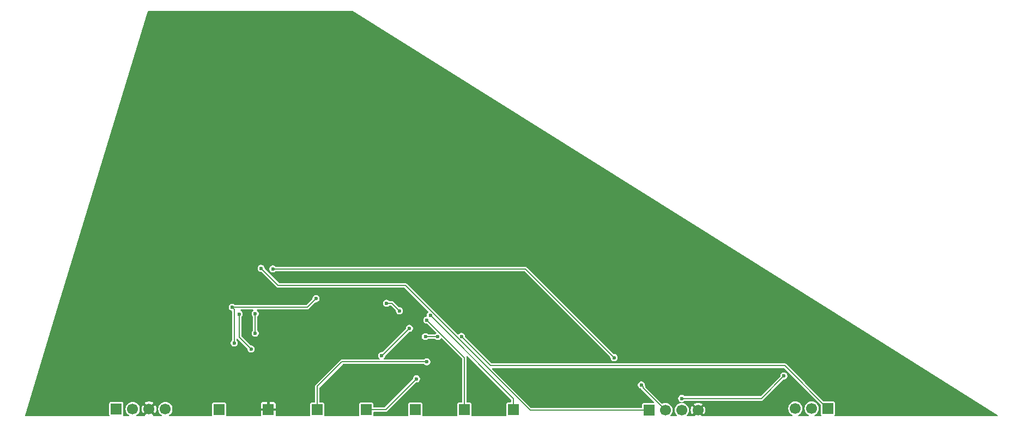
<source format=gbr>
%TF.GenerationSoftware,KiCad,Pcbnew,9.0.2*%
%TF.CreationDate,2025-09-07T15:39:00-04:00*%
%TF.ProjectId,SGTC_Center,53475443-5f43-4656-9e74-65722e6b6963,rev?*%
%TF.SameCoordinates,Original*%
%TF.FileFunction,Copper,L2,Bot*%
%TF.FilePolarity,Positive*%
%FSLAX46Y46*%
G04 Gerber Fmt 4.6, Leading zero omitted, Abs format (unit mm)*
G04 Created by KiCad (PCBNEW 9.0.2) date 2025-09-07 15:39:00*
%MOMM*%
%LPD*%
G01*
G04 APERTURE LIST*
%TA.AperFunction,ComponentPad*%
%ADD10C,1.700000*%
%TD*%
%TA.AperFunction,ComponentPad*%
%ADD11R,1.700000X1.700000*%
%TD*%
%TA.AperFunction,ViaPad*%
%ADD12C,0.600000*%
%TD*%
%TA.AperFunction,Conductor*%
%ADD13C,0.200000*%
%TD*%
G04 APERTURE END LIST*
D10*
%TO.P,J11,4,Pin_4*%
%TO.N,GND*%
X161310000Y-138650000D03*
%TO.P,J11,3,Pin_3*%
%TO.N,+3.3V*%
X158770000Y-138650000D03*
%TO.P,J11,2,Pin_2*%
%TO.N,GAUGE2_IN_P*%
X156230000Y-138650000D03*
D11*
%TO.P,J11,1,Pin_1*%
%TO.N,GAUGE2_IN_N*%
X153690000Y-138650000D03*
%TD*%
%TO.P,J10,1,Pin_1*%
%TO.N,GAUGE1_IN_P*%
X70940000Y-138475000D03*
D10*
%TO.P,J10,2,Pin_2*%
%TO.N,GAUGE1_IN_N*%
X73480000Y-138475000D03*
%TO.P,J10,3,Pin_3*%
%TO.N,GND*%
X76020000Y-138475000D03*
%TO.P,J10,4,Pin_4*%
%TO.N,+3.3V*%
X78560000Y-138475000D03*
%TD*%
D11*
%TO.P,J4,1,Pin_1*%
%TO.N,DIN*%
X125020000Y-138550000D03*
%TD*%
%TO.P,J8,1,Pin_1*%
%TO.N,GND*%
X94540000Y-138550000D03*
%TD*%
%TO.P,J9,1,Pin_1*%
%TO.N,+3.3V*%
X86920000Y-138550000D03*
%TD*%
%TO.P,J3,1,Pin_1*%
%TO.N,~{CS}*%
X181490000Y-138400000D03*
D10*
%TO.P,J3,2,Pin_2*%
%TO.N,Net-(J3-Pin_2)*%
X178950000Y-138400000D03*
%TO.P,J3,3,Pin_3*%
%TO.N,Net-(J3-Pin_3)*%
X176410000Y-138400000D03*
%TD*%
D11*
%TO.P,J7,1,Pin_1*%
%TO.N,~{SYNC}{slash}~{RST}*%
X102160000Y-138550000D03*
%TD*%
%TO.P,J5,1,Pin_1*%
%TO.N,DOUT*%
X117400000Y-138550000D03*
%TD*%
%TO.P,J6,1,Pin_1*%
%TO.N,SPICLK*%
X109780000Y-138550000D03*
%TD*%
%TO.P,J2,1,Pin_1*%
%TO.N,ADCCLK*%
X132640000Y-138550000D03*
%TD*%
D12*
%TO.N,GAUGE2_IN_N*%
X93425000Y-116600000D03*
%TO.N,GAUGE2_IN_P*%
X152500000Y-134725000D03*
X148250000Y-130475000D03*
X95250000Y-116700000D03*
%TO.N,+3.3V*%
X158775000Y-136825000D03*
X174651409Y-133323591D03*
X89250000Y-128225000D03*
%TO.N,GND*%
X138010000Y-135900000D03*
X128423600Y-137076800D03*
X138560000Y-129900000D03*
X80610000Y-124300000D03*
X180910000Y-136100000D03*
X135310000Y-126400000D03*
X128322000Y-123157600D03*
X157975000Y-135150000D03*
X114610000Y-120900000D03*
X138310000Y-133150000D03*
X112810000Y-122774999D03*
X117810000Y-129800000D03*
X137810000Y-121400000D03*
%TO.N,+3.3V*%
X101960000Y-121300000D03*
X114910000Y-123200000D03*
X88960000Y-122650000D03*
X112920000Y-122030000D03*
%TO.N,GAUGE2_IN_N*%
X91860000Y-129150000D03*
X90010000Y-123700000D03*
%TO.N,GAUGE2_IN_P*%
X92510000Y-123650000D03*
X92510000Y-126700000D03*
%TO.N,DIN*%
X119180000Y-124640000D03*
%TO.N,SPICLK*%
X116465909Y-125931909D03*
X112167600Y-130168000D03*
X117552400Y-133774800D03*
%TO.N,~{SYNC}{slash}~{RST}*%
X119178000Y-131133200D03*
%TO.N,ADCCLK*%
X119710000Y-123950000D03*
%TO.N,~{CS}*%
X124550000Y-127200000D03*
X120860000Y-127210000D03*
X118950000Y-127210000D03*
%TD*%
D13*
%TO.N,GAUGE2_IN_N*%
X93425000Y-116600000D02*
X96075000Y-119250000D01*
X96075000Y-119250000D02*
X115820768Y-119250000D01*
X115820768Y-119250000D02*
X135220768Y-138650000D01*
X135220768Y-138650000D02*
X153690000Y-138650000D01*
%TO.N,GAUGE2_IN_P*%
X95250000Y-116700000D02*
X134475000Y-116700000D01*
X134475000Y-116700000D02*
X148250000Y-130475000D01*
X152750000Y-134975000D02*
X152750000Y-135170000D01*
X152500000Y-134725000D02*
X152750000Y-134975000D01*
X152750000Y-135170000D02*
X156230000Y-138650000D01*
%TO.N,+3.3V*%
X171150000Y-136825000D02*
X174651409Y-133323591D01*
X158775000Y-136825000D02*
X171150000Y-136825000D01*
X89250000Y-122940000D02*
X88960000Y-122650000D01*
X89250000Y-128225000D02*
X89250000Y-122940000D01*
X113740000Y-122030000D02*
X114910000Y-123200000D01*
X112920000Y-122030000D02*
X113740000Y-122030000D01*
X88960000Y-122650000D02*
X100610000Y-122650000D01*
X100610000Y-122650000D02*
X101960000Y-121300000D01*
%TO.N,GAUGE2_IN_N*%
X90010000Y-127300000D02*
X91860000Y-129150000D01*
X90010000Y-123700000D02*
X90010000Y-127300000D01*
%TO.N,GAUGE2_IN_P*%
X92510000Y-123650000D02*
X92510000Y-126700000D01*
%TO.N,DIN*%
X125020000Y-130480000D02*
X125020000Y-138550000D01*
X119180000Y-124640000D02*
X125020000Y-130480000D01*
%TO.N,SPICLK*%
X112229818Y-130168000D02*
X112167600Y-130168000D01*
X112777200Y-138550000D02*
X109780000Y-138550000D01*
X116465909Y-125931909D02*
X112229818Y-130168000D01*
X117552400Y-133774800D02*
X112777200Y-138550000D01*
%TO.N,~{SYNC}{slash}~{RST}*%
X119178000Y-131133200D02*
X105970000Y-131133200D01*
X102160000Y-134943200D02*
X102160000Y-138550000D01*
X105970000Y-131133200D02*
X102160000Y-134943200D01*
%TO.N,ADCCLK*%
X119710000Y-123950000D02*
X132607060Y-136847060D01*
X132607060Y-136847060D02*
X132607060Y-138457836D01*
%TO.N,~{CS}*%
X118950000Y-127210000D02*
X120860000Y-127210000D01*
X129090000Y-131740000D02*
X174789224Y-131740000D01*
X174789224Y-131740000D02*
X181507060Y-138457836D01*
X124550000Y-127200000D02*
X129090000Y-131740000D01*
%TD*%
%TA.AperFunction,Conductor*%
%TO.N,GND*%
G36*
X107631175Y-76600038D02*
G01*
X181951562Y-123179593D01*
X207779392Y-139366926D01*
X207834618Y-139401538D01*
X207873884Y-139448461D01*
X207878070Y-139509503D01*
X207845577Y-139561348D01*
X207788816Y-139584192D01*
X207782043Y-139584424D01*
X182603036Y-139584424D01*
X182544845Y-139565517D01*
X182508881Y-139516017D01*
X182508881Y-139454831D01*
X182520720Y-139430423D01*
X182530744Y-139415420D01*
X182575966Y-139347740D01*
X182590500Y-139274674D01*
X182590500Y-137525326D01*
X182587839Y-137511951D01*
X182583758Y-137491432D01*
X182575966Y-137452260D01*
X182561489Y-137430593D01*
X182520602Y-137369400D01*
X182520599Y-137369397D01*
X182437742Y-137314035D01*
X182437740Y-137314034D01*
X182437737Y-137314033D01*
X182437736Y-137314033D01*
X182364684Y-137299501D01*
X182364674Y-137299500D01*
X182364673Y-137299500D01*
X180885414Y-137299500D01*
X180827223Y-137280593D01*
X180815410Y-137270504D01*
X177931891Y-134386985D01*
X175004436Y-131459530D01*
X174924512Y-131413386D01*
X174835368Y-131389500D01*
X174835366Y-131389500D01*
X129276190Y-131389500D01*
X129217999Y-131370593D01*
X129206186Y-131360504D01*
X125129496Y-127283814D01*
X125101719Y-127229297D01*
X125100500Y-127213810D01*
X125100500Y-127127525D01*
X125096825Y-127113810D01*
X125062984Y-126987515D01*
X125062982Y-126987512D01*
X125062982Y-126987510D01*
X124990512Y-126861989D01*
X124990510Y-126861987D01*
X124990509Y-126861985D01*
X124888015Y-126759491D01*
X124888012Y-126759489D01*
X124888010Y-126759487D01*
X124762488Y-126687017D01*
X124762489Y-126687017D01*
X124732896Y-126679087D01*
X124622475Y-126649500D01*
X124477525Y-126649500D01*
X124440205Y-126659500D01*
X124337510Y-126687017D01*
X124211989Y-126759487D01*
X124109489Y-126861987D01*
X124107728Y-126865038D01*
X124105852Y-126866726D01*
X124105540Y-126867134D01*
X124105464Y-126867075D01*
X124062257Y-126905977D01*
X124001407Y-126912371D01*
X123951989Y-126885539D01*
X119996920Y-122930470D01*
X116035980Y-118969530D01*
X115956056Y-118923386D01*
X115866912Y-118899500D01*
X115866910Y-118899500D01*
X96261190Y-118899500D01*
X96202999Y-118880593D01*
X96191186Y-118870504D01*
X94004496Y-116683814D01*
X93976719Y-116629297D01*
X93976580Y-116627525D01*
X94699500Y-116627525D01*
X94699500Y-116772474D01*
X94737017Y-116912489D01*
X94809487Y-117038010D01*
X94809489Y-117038012D01*
X94809491Y-117038015D01*
X94911985Y-117140509D01*
X94911987Y-117140510D01*
X94911989Y-117140512D01*
X95037511Y-117212982D01*
X95037512Y-117212982D01*
X95037515Y-117212984D01*
X95177525Y-117250500D01*
X95177526Y-117250500D01*
X95322474Y-117250500D01*
X95322475Y-117250500D01*
X95462485Y-117212984D01*
X95462487Y-117212982D01*
X95462489Y-117212982D01*
X95588010Y-117140512D01*
X95588010Y-117140511D01*
X95588015Y-117140509D01*
X95618522Y-117110002D01*
X95649029Y-117079496D01*
X95703546Y-117051719D01*
X95719032Y-117050500D01*
X134288810Y-117050500D01*
X134347001Y-117069407D01*
X134358814Y-117079496D01*
X147670504Y-130391186D01*
X147698281Y-130445703D01*
X147699500Y-130461190D01*
X147699500Y-130547474D01*
X147737017Y-130687489D01*
X147809487Y-130813010D01*
X147809489Y-130813012D01*
X147809491Y-130813015D01*
X147911985Y-130915509D01*
X147911987Y-130915510D01*
X147911989Y-130915512D01*
X148037511Y-130987982D01*
X148037512Y-130987982D01*
X148037515Y-130987984D01*
X148177525Y-131025500D01*
X148177526Y-131025500D01*
X148322474Y-131025500D01*
X148322475Y-131025500D01*
X148462485Y-130987984D01*
X148462487Y-130987982D01*
X148462489Y-130987982D01*
X148588010Y-130915512D01*
X148588010Y-130915511D01*
X148588015Y-130915509D01*
X148690509Y-130813015D01*
X148694221Y-130806585D01*
X148762982Y-130687489D01*
X148762982Y-130687487D01*
X148762984Y-130687485D01*
X148800500Y-130547475D01*
X148800500Y-130402525D01*
X148762984Y-130262515D01*
X148762982Y-130262512D01*
X148762982Y-130262510D01*
X148690512Y-130136989D01*
X148690510Y-130136987D01*
X148690509Y-130136985D01*
X148588015Y-130034491D01*
X148588012Y-130034489D01*
X148588010Y-130034487D01*
X148462488Y-129962017D01*
X148462489Y-129962017D01*
X148432896Y-129954087D01*
X148322475Y-129924500D01*
X148322474Y-129924500D01*
X148236190Y-129924500D01*
X148177999Y-129905593D01*
X148166186Y-129895504D01*
X141433664Y-123162982D01*
X134690212Y-116419530D01*
X134610288Y-116373386D01*
X134521144Y-116349500D01*
X134521142Y-116349500D01*
X95719032Y-116349500D01*
X95660841Y-116330593D01*
X95649029Y-116320504D01*
X95588015Y-116259491D01*
X95588010Y-116259487D01*
X95462488Y-116187017D01*
X95462489Y-116187017D01*
X95359761Y-116159491D01*
X95322475Y-116149500D01*
X95177525Y-116149500D01*
X95140239Y-116159491D01*
X95037510Y-116187017D01*
X94911989Y-116259487D01*
X94809487Y-116361989D01*
X94737017Y-116487510D01*
X94699500Y-116627525D01*
X93976580Y-116627525D01*
X93975500Y-116613810D01*
X93975500Y-116527525D01*
X93946562Y-116419530D01*
X93937984Y-116387515D01*
X93937982Y-116387512D01*
X93937982Y-116387510D01*
X93865512Y-116261989D01*
X93865510Y-116261987D01*
X93865509Y-116261985D01*
X93763015Y-116159491D01*
X93763012Y-116159489D01*
X93763010Y-116159487D01*
X93637488Y-116087017D01*
X93637489Y-116087017D01*
X93607896Y-116079087D01*
X93497475Y-116049500D01*
X93352525Y-116049500D01*
X93290790Y-116066041D01*
X93212510Y-116087017D01*
X93086989Y-116159487D01*
X92984487Y-116261989D01*
X92912017Y-116387510D01*
X92885222Y-116487510D01*
X92874500Y-116527525D01*
X92874500Y-116672475D01*
X92901295Y-116772474D01*
X92912017Y-116812489D01*
X92984487Y-116938010D01*
X92984489Y-116938012D01*
X92984491Y-116938015D01*
X93086985Y-117040509D01*
X93086987Y-117040510D01*
X93086989Y-117040512D01*
X93212511Y-117112982D01*
X93212512Y-117112982D01*
X93212515Y-117112984D01*
X93352525Y-117150500D01*
X93438810Y-117150500D01*
X93497001Y-117169407D01*
X93508814Y-117179496D01*
X95859788Y-119530470D01*
X95939712Y-119576614D01*
X96028856Y-119600500D01*
X115634578Y-119600500D01*
X115692769Y-119619407D01*
X115704582Y-119629496D01*
X119415532Y-123340446D01*
X119443309Y-123394963D01*
X119433738Y-123455395D01*
X119395029Y-123496186D01*
X119371987Y-123509489D01*
X119269487Y-123611989D01*
X119197017Y-123737510D01*
X119159500Y-123877525D01*
X119159500Y-123999608D01*
X119140593Y-124057799D01*
X119091093Y-124093763D01*
X119086133Y-124095232D01*
X119055113Y-124103544D01*
X118967510Y-124127017D01*
X118841989Y-124199487D01*
X118739487Y-124301989D01*
X118667017Y-124427510D01*
X118629500Y-124567525D01*
X118629500Y-124712474D01*
X118667017Y-124852489D01*
X118739487Y-124978010D01*
X118739489Y-124978012D01*
X118739491Y-124978015D01*
X118841985Y-125080509D01*
X118841987Y-125080510D01*
X118841989Y-125080512D01*
X118967511Y-125152982D01*
X118967512Y-125152982D01*
X118967515Y-125152984D01*
X119107525Y-125190500D01*
X119193810Y-125190500D01*
X119252001Y-125209407D01*
X119263814Y-125219496D01*
X120615763Y-126571445D01*
X120625701Y-126590950D01*
X120639043Y-126608298D01*
X120639298Y-126617636D01*
X120643540Y-126625962D01*
X120640116Y-126647580D01*
X120640714Y-126669460D01*
X120635628Y-126675918D01*
X120633969Y-126686394D01*
X120606114Y-126719923D01*
X120600920Y-126723917D01*
X120521985Y-126769491D01*
X120456429Y-126835046D01*
X120451323Y-126838974D01*
X120428262Y-126847169D01*
X120406454Y-126858281D01*
X120394305Y-126859237D01*
X120393670Y-126859463D01*
X120393199Y-126859324D01*
X120390968Y-126859500D01*
X119419032Y-126859500D01*
X119360841Y-126840593D01*
X119349029Y-126830504D01*
X119288015Y-126769491D01*
X119288010Y-126769487D01*
X119162488Y-126697017D01*
X119162489Y-126697017D01*
X119083747Y-126675918D01*
X119022475Y-126659500D01*
X118877525Y-126659500D01*
X118816253Y-126675918D01*
X118737510Y-126697017D01*
X118611989Y-126769487D01*
X118509487Y-126871989D01*
X118437017Y-126997510D01*
X118401705Y-127129297D01*
X118399500Y-127137525D01*
X118399500Y-127282475D01*
X118429087Y-127392896D01*
X118437017Y-127422489D01*
X118509487Y-127548010D01*
X118509489Y-127548012D01*
X118509491Y-127548015D01*
X118611985Y-127650509D01*
X118611987Y-127650510D01*
X118611989Y-127650512D01*
X118737511Y-127722982D01*
X118737512Y-127722982D01*
X118737515Y-127722984D01*
X118877525Y-127760500D01*
X118877526Y-127760500D01*
X119022474Y-127760500D01*
X119022475Y-127760500D01*
X119162485Y-127722984D01*
X119162487Y-127722982D01*
X119162489Y-127722982D01*
X119288010Y-127650512D01*
X119288010Y-127650511D01*
X119288015Y-127650509D01*
X119318522Y-127620002D01*
X119349029Y-127589496D01*
X119403546Y-127561719D01*
X119419032Y-127560500D01*
X120390968Y-127560500D01*
X120449159Y-127579407D01*
X120460971Y-127589496D01*
X120521984Y-127650508D01*
X120521989Y-127650512D01*
X120647511Y-127722982D01*
X120647512Y-127722982D01*
X120647515Y-127722984D01*
X120787525Y-127760500D01*
X120787526Y-127760500D01*
X120932474Y-127760500D01*
X120932475Y-127760500D01*
X121072485Y-127722984D01*
X121072487Y-127722982D01*
X121072489Y-127722982D01*
X121198010Y-127650512D01*
X121198010Y-127650511D01*
X121198015Y-127650509D01*
X121300509Y-127548015D01*
X121342814Y-127474739D01*
X121388282Y-127433799D01*
X121449132Y-127427403D01*
X121498554Y-127454236D01*
X124640504Y-130596186D01*
X124668281Y-130650703D01*
X124669500Y-130666190D01*
X124669500Y-137350500D01*
X124650593Y-137408691D01*
X124601093Y-137444655D01*
X124570500Y-137449500D01*
X124145326Y-137449500D01*
X124145325Y-137449500D01*
X124145315Y-137449501D01*
X124072263Y-137464033D01*
X124072257Y-137464035D01*
X123989400Y-137519397D01*
X123989397Y-137519400D01*
X123934035Y-137602257D01*
X123934033Y-137602263D01*
X123919501Y-137675315D01*
X123919500Y-137675327D01*
X123919500Y-139424681D01*
X123927742Y-139466108D01*
X123920552Y-139526869D01*
X123879020Y-139571800D01*
X123830645Y-139584424D01*
X118589355Y-139584424D01*
X118531164Y-139565517D01*
X118495200Y-139516017D01*
X118492258Y-139466108D01*
X118500499Y-139424681D01*
X118500500Y-139424672D01*
X118500500Y-137675327D01*
X118500498Y-137675315D01*
X118491846Y-137631820D01*
X118485966Y-137602260D01*
X118473932Y-137584250D01*
X118430602Y-137519400D01*
X118430599Y-137519397D01*
X118347742Y-137464035D01*
X118347740Y-137464034D01*
X118347737Y-137464033D01*
X118347736Y-137464033D01*
X118274684Y-137449501D01*
X118274674Y-137449500D01*
X116525326Y-137449500D01*
X116525325Y-137449500D01*
X116525315Y-137449501D01*
X116452263Y-137464033D01*
X116452257Y-137464035D01*
X116369400Y-137519397D01*
X116369397Y-137519400D01*
X116314035Y-137602257D01*
X116314033Y-137602263D01*
X116299501Y-137675315D01*
X116299500Y-137675327D01*
X116299500Y-139424681D01*
X116307742Y-139466108D01*
X116300552Y-139526869D01*
X116259020Y-139571800D01*
X116210645Y-139584424D01*
X110969355Y-139584424D01*
X110911164Y-139565517D01*
X110875200Y-139516017D01*
X110872258Y-139466108D01*
X110880499Y-139424681D01*
X110880500Y-139424672D01*
X110880500Y-138999500D01*
X110899407Y-138941309D01*
X110948907Y-138905345D01*
X110979500Y-138900500D01*
X112823342Y-138900500D01*
X112823344Y-138900500D01*
X112912488Y-138876614D01*
X112992412Y-138830470D01*
X117468586Y-134354296D01*
X117523103Y-134326519D01*
X117538590Y-134325300D01*
X117624874Y-134325300D01*
X117624875Y-134325300D01*
X117764885Y-134287784D01*
X117764887Y-134287782D01*
X117764889Y-134287782D01*
X117890410Y-134215312D01*
X117890410Y-134215311D01*
X117890415Y-134215309D01*
X117992909Y-134112815D01*
X118065384Y-133987285D01*
X118102900Y-133847275D01*
X118102900Y-133702325D01*
X118065384Y-133562315D01*
X118065382Y-133562312D01*
X118065382Y-133562310D01*
X117992912Y-133436789D01*
X117992910Y-133436787D01*
X117992909Y-133436785D01*
X117890415Y-133334291D01*
X117890412Y-133334289D01*
X117890410Y-133334287D01*
X117764888Y-133261817D01*
X117764889Y-133261817D01*
X117735296Y-133253887D01*
X117624875Y-133224300D01*
X117479925Y-133224300D01*
X117418190Y-133240841D01*
X117339910Y-133261817D01*
X117214389Y-133334287D01*
X117111887Y-133436789D01*
X117039417Y-133562310D01*
X117001900Y-133702325D01*
X117001900Y-133788610D01*
X116982993Y-133846801D01*
X116972904Y-133858614D01*
X112661014Y-138170504D01*
X112606497Y-138198281D01*
X112591010Y-138199500D01*
X110979500Y-138199500D01*
X110921309Y-138180593D01*
X110885345Y-138131093D01*
X110880500Y-138100500D01*
X110880500Y-137675327D01*
X110880498Y-137675315D01*
X110871846Y-137631820D01*
X110865966Y-137602260D01*
X110853932Y-137584250D01*
X110810602Y-137519400D01*
X110810599Y-137519397D01*
X110727742Y-137464035D01*
X110727740Y-137464034D01*
X110727737Y-137464033D01*
X110727736Y-137464033D01*
X110654684Y-137449501D01*
X110654674Y-137449500D01*
X108905326Y-137449500D01*
X108905325Y-137449500D01*
X108905315Y-137449501D01*
X108832263Y-137464033D01*
X108832257Y-137464035D01*
X108749400Y-137519397D01*
X108749397Y-137519400D01*
X108694035Y-137602257D01*
X108694033Y-137602263D01*
X108679501Y-137675315D01*
X108679500Y-137675327D01*
X108679500Y-139424681D01*
X108687742Y-139466108D01*
X108680552Y-139526869D01*
X108639020Y-139571800D01*
X108590645Y-139584424D01*
X103349355Y-139584424D01*
X103291164Y-139565517D01*
X103255200Y-139516017D01*
X103252258Y-139466108D01*
X103260499Y-139424681D01*
X103260500Y-139424672D01*
X103260500Y-137675327D01*
X103260498Y-137675315D01*
X103251846Y-137631820D01*
X103245966Y-137602260D01*
X103233932Y-137584250D01*
X103190602Y-137519400D01*
X103190599Y-137519397D01*
X103107742Y-137464035D01*
X103107740Y-137464034D01*
X103107737Y-137464033D01*
X103107736Y-137464033D01*
X103034684Y-137449501D01*
X103034674Y-137449500D01*
X103034673Y-137449500D01*
X102609500Y-137449500D01*
X102551309Y-137430593D01*
X102515345Y-137381093D01*
X102510500Y-137350500D01*
X102510500Y-135129390D01*
X102529407Y-135071199D01*
X102539496Y-135059386D01*
X106086186Y-131512696D01*
X106140703Y-131484919D01*
X106156190Y-131483700D01*
X118708968Y-131483700D01*
X118767159Y-131502607D01*
X118778971Y-131512696D01*
X118839984Y-131573708D01*
X118839989Y-131573712D01*
X118965511Y-131646182D01*
X118965512Y-131646182D01*
X118965515Y-131646184D01*
X119105525Y-131683700D01*
X119105526Y-131683700D01*
X119250474Y-131683700D01*
X119250475Y-131683700D01*
X119390485Y-131646184D01*
X119390487Y-131646182D01*
X119390489Y-131646182D01*
X119516010Y-131573712D01*
X119516010Y-131573711D01*
X119516015Y-131573709D01*
X119618509Y-131471215D01*
X119651897Y-131413386D01*
X119690982Y-131345689D01*
X119690982Y-131345687D01*
X119690984Y-131345685D01*
X119728500Y-131205675D01*
X119728500Y-131060725D01*
X119690984Y-130920715D01*
X119690982Y-130920712D01*
X119690982Y-130920710D01*
X119618512Y-130795189D01*
X119618510Y-130795187D01*
X119618509Y-130795185D01*
X119516015Y-130692691D01*
X119516012Y-130692689D01*
X119516010Y-130692687D01*
X119390488Y-130620217D01*
X119390489Y-130620217D01*
X119346794Y-130608509D01*
X119250475Y-130582700D01*
X119105525Y-130582700D01*
X119055195Y-130596186D01*
X118965510Y-130620217D01*
X118839989Y-130692687D01*
X118839984Y-130692691D01*
X118778971Y-130753704D01*
X118724454Y-130781481D01*
X118708968Y-130782700D01*
X112570249Y-130782700D01*
X112512058Y-130763793D01*
X112476094Y-130714293D01*
X112476094Y-130653107D01*
X112502989Y-130615060D01*
X112501026Y-130613097D01*
X112505612Y-130608510D01*
X112505615Y-130608509D01*
X112608109Y-130506015D01*
X112680584Y-130380485D01*
X112718100Y-130240475D01*
X112718100Y-130216407D01*
X112737007Y-130158216D01*
X112747096Y-130146403D01*
X116382094Y-126511405D01*
X116436611Y-126483628D01*
X116452098Y-126482409D01*
X116538383Y-126482409D01*
X116538384Y-126482409D01*
X116678394Y-126444893D01*
X116678396Y-126444891D01*
X116678398Y-126444891D01*
X116803919Y-126372421D01*
X116803919Y-126372420D01*
X116803924Y-126372418D01*
X116906418Y-126269924D01*
X116906421Y-126269919D01*
X116978891Y-126144398D01*
X116978891Y-126144396D01*
X116978893Y-126144394D01*
X117016409Y-126004384D01*
X117016409Y-125859434D01*
X116978893Y-125719424D01*
X116978891Y-125719421D01*
X116978891Y-125719419D01*
X116906421Y-125593898D01*
X116906419Y-125593896D01*
X116906418Y-125593894D01*
X116803924Y-125491400D01*
X116803921Y-125491398D01*
X116803919Y-125491396D01*
X116678397Y-125418926D01*
X116678398Y-125418926D01*
X116648805Y-125410996D01*
X116538384Y-125381409D01*
X116393434Y-125381409D01*
X116331699Y-125397950D01*
X116253419Y-125418926D01*
X116127898Y-125491396D01*
X116025396Y-125593898D01*
X115952926Y-125719419D01*
X115915409Y-125859434D01*
X115915409Y-125945718D01*
X115896502Y-126003909D01*
X115886413Y-126015722D01*
X112313631Y-129588504D01*
X112259114Y-129616281D01*
X112243627Y-129617500D01*
X112240075Y-129617500D01*
X112095125Y-129617500D01*
X112033390Y-129634041D01*
X111955110Y-129655017D01*
X111829589Y-129727487D01*
X111727087Y-129829989D01*
X111654617Y-129955510D01*
X111633455Y-130034487D01*
X111617100Y-130095525D01*
X111617100Y-130240475D01*
X111623006Y-130262515D01*
X111654617Y-130380489D01*
X111727087Y-130506010D01*
X111727089Y-130506012D01*
X111727091Y-130506015D01*
X111829585Y-130608509D01*
X111829587Y-130608510D01*
X111834174Y-130613097D01*
X111832097Y-130615173D01*
X111859868Y-130655561D01*
X111858280Y-130716726D01*
X111821044Y-130765276D01*
X111764951Y-130782700D01*
X105923856Y-130782700D01*
X105853268Y-130801614D01*
X105853267Y-130801613D01*
X105834714Y-130806585D01*
X105834712Y-130806585D01*
X105834712Y-130806586D01*
X105823577Y-130813015D01*
X105754788Y-130852730D01*
X101879528Y-134727990D01*
X101839413Y-134797471D01*
X101839412Y-134797475D01*
X101833386Y-134807912D01*
X101824866Y-134839712D01*
X101809500Y-134897057D01*
X101809500Y-137350500D01*
X101790593Y-137408691D01*
X101741093Y-137444655D01*
X101710500Y-137449500D01*
X101285326Y-137449500D01*
X101285325Y-137449500D01*
X101285315Y-137449501D01*
X101212263Y-137464033D01*
X101212257Y-137464035D01*
X101129400Y-137519397D01*
X101129397Y-137519400D01*
X101074035Y-137602257D01*
X101074033Y-137602263D01*
X101059501Y-137675315D01*
X101059500Y-137675327D01*
X101059500Y-139424681D01*
X101067742Y-139466108D01*
X101060552Y-139526869D01*
X101019020Y-139571800D01*
X100970645Y-139584424D01*
X95784950Y-139584424D01*
X95726759Y-139565517D01*
X95690795Y-139516017D01*
X95686610Y-139474014D01*
X95689999Y-139444797D01*
X95690000Y-139444795D01*
X95690000Y-138750001D01*
X95689999Y-138750000D01*
X95001880Y-138750000D01*
X95005925Y-138742993D01*
X95040000Y-138615826D01*
X95040000Y-138484174D01*
X95005925Y-138357007D01*
X95001880Y-138350000D01*
X95689998Y-138350000D01*
X95689999Y-138349999D01*
X95689999Y-137655210D01*
X95689998Y-137655208D01*
X95687090Y-137630125D01*
X95641786Y-137527522D01*
X95562477Y-137448213D01*
X95459872Y-137402909D01*
X95434797Y-137400000D01*
X94740001Y-137400000D01*
X94740000Y-137400001D01*
X94740000Y-138088120D01*
X94732993Y-138084075D01*
X94605826Y-138050000D01*
X94474174Y-138050000D01*
X94347007Y-138084075D01*
X94340000Y-138088120D01*
X94340000Y-137400001D01*
X94339999Y-137400000D01*
X93645210Y-137400000D01*
X93645207Y-137400001D01*
X93620125Y-137402909D01*
X93517522Y-137448213D01*
X93438213Y-137527522D01*
X93392909Y-137630127D01*
X93390000Y-137655202D01*
X93390000Y-138349999D01*
X93390001Y-138350000D01*
X94078120Y-138350000D01*
X94074075Y-138357007D01*
X94040000Y-138484174D01*
X94040000Y-138615826D01*
X94074075Y-138742993D01*
X94078120Y-138750000D01*
X93390002Y-138750000D01*
X93390001Y-138750001D01*
X93390001Y-139444788D01*
X93393391Y-139474018D01*
X93381313Y-139534000D01*
X93336286Y-139575427D01*
X93295050Y-139584424D01*
X88109355Y-139584424D01*
X88051164Y-139565517D01*
X88015200Y-139516017D01*
X88012258Y-139466108D01*
X88020499Y-139424681D01*
X88020500Y-139424672D01*
X88020500Y-137675327D01*
X88020499Y-137675323D01*
X88020497Y-137675315D01*
X88005966Y-137602260D01*
X87993932Y-137584250D01*
X87950602Y-137519400D01*
X87950599Y-137519397D01*
X87867742Y-137464035D01*
X87867740Y-137464034D01*
X87867737Y-137464033D01*
X87867736Y-137464033D01*
X87794684Y-137449501D01*
X87794674Y-137449500D01*
X86045326Y-137449500D01*
X86045325Y-137449500D01*
X86045315Y-137449501D01*
X85972263Y-137464033D01*
X85972257Y-137464035D01*
X85889400Y-137519397D01*
X85889397Y-137519400D01*
X85834035Y-137602257D01*
X85834033Y-137602263D01*
X85819501Y-137675315D01*
X85819500Y-137675327D01*
X85819500Y-139424681D01*
X85827742Y-139466108D01*
X85820552Y-139526869D01*
X85779020Y-139571800D01*
X85730645Y-139584424D01*
X79209982Y-139584424D01*
X79151791Y-139565517D01*
X79115827Y-139516017D01*
X79115827Y-139454831D01*
X79151790Y-139405332D01*
X79276928Y-139314414D01*
X79399414Y-139191928D01*
X79501232Y-139051788D01*
X79579873Y-138897445D01*
X79579874Y-138897440D01*
X79579876Y-138897438D01*
X79633401Y-138732706D01*
X79633402Y-138732702D01*
X79660500Y-138561614D01*
X79660500Y-138388384D01*
X79660499Y-138388378D01*
X79633402Y-138217297D01*
X79633401Y-138217293D01*
X79579876Y-138052561D01*
X79579874Y-138052558D01*
X79579873Y-138052557D01*
X79579873Y-138052555D01*
X79501232Y-137898212D01*
X79399414Y-137758072D01*
X79276928Y-137635586D01*
X79136788Y-137533768D01*
X79136787Y-137533767D01*
X79136785Y-137533766D01*
X78982441Y-137455125D01*
X78982438Y-137455123D01*
X78817706Y-137401598D01*
X78817702Y-137401597D01*
X78646614Y-137374500D01*
X78646611Y-137374500D01*
X78473389Y-137374500D01*
X78473386Y-137374500D01*
X78302297Y-137401597D01*
X78302293Y-137401598D01*
X78137561Y-137455123D01*
X78137558Y-137455125D01*
X77983214Y-137533766D01*
X77843073Y-137635585D01*
X77720585Y-137758073D01*
X77618766Y-137898214D01*
X77540125Y-138052558D01*
X77540123Y-138052561D01*
X77486598Y-138217293D01*
X77486597Y-138217297D01*
X77459501Y-138388378D01*
X77459500Y-138388384D01*
X77459500Y-138561614D01*
X77486597Y-138732702D01*
X77486598Y-138732706D01*
X77540123Y-138897438D01*
X77540125Y-138897441D01*
X77592635Y-139000500D01*
X77618768Y-139051788D01*
X77720586Y-139191928D01*
X77843072Y-139314414D01*
X77968209Y-139405332D01*
X78004173Y-139454831D01*
X78004173Y-139516017D01*
X77968209Y-139565517D01*
X77910018Y-139584424D01*
X76754195Y-139584424D01*
X76696004Y-139565517D01*
X76660040Y-139516017D01*
X76660040Y-139454831D01*
X76678541Y-139429365D01*
X76679488Y-139417331D01*
X76205176Y-138943019D01*
X76212993Y-138940925D01*
X76327007Y-138875099D01*
X76420099Y-138782007D01*
X76485925Y-138667993D01*
X76488019Y-138660176D01*
X76962330Y-139134487D01*
X77003569Y-139077728D01*
X77085749Y-138916440D01*
X77141683Y-138744289D01*
X77170000Y-138565510D01*
X77170000Y-138384489D01*
X77141683Y-138205710D01*
X77085749Y-138033559D01*
X77003571Y-137872275D01*
X76962330Y-137815511D01*
X76488019Y-138289821D01*
X76485925Y-138282007D01*
X76420099Y-138167993D01*
X76327007Y-138074901D01*
X76212993Y-138009075D01*
X76205174Y-138006980D01*
X76679488Y-137532667D01*
X76622728Y-137491430D01*
X76461440Y-137409250D01*
X76289289Y-137353316D01*
X76110510Y-137325000D01*
X75929490Y-137325000D01*
X75750710Y-137353316D01*
X75578559Y-137409250D01*
X75417267Y-137491432D01*
X75360510Y-137532667D01*
X75834823Y-138006980D01*
X75827007Y-138009075D01*
X75712993Y-138074901D01*
X75619901Y-138167993D01*
X75554075Y-138282007D01*
X75551980Y-138289823D01*
X75077667Y-137815510D01*
X75036432Y-137872267D01*
X74954250Y-138033559D01*
X74898316Y-138205710D01*
X74870000Y-138384489D01*
X74870000Y-138565510D01*
X74898316Y-138744289D01*
X74954250Y-138916440D01*
X75036430Y-139077728D01*
X75077667Y-139134488D01*
X75551980Y-138660174D01*
X75554075Y-138667993D01*
X75619901Y-138782007D01*
X75712993Y-138875099D01*
X75827007Y-138940925D01*
X75834821Y-138943019D01*
X75360510Y-139417331D01*
X75361457Y-139429368D01*
X75379957Y-139454830D01*
X75379958Y-139516015D01*
X75343995Y-139565516D01*
X75285805Y-139584424D01*
X74129982Y-139584424D01*
X74071791Y-139565517D01*
X74035827Y-139516017D01*
X74035827Y-139454831D01*
X74071790Y-139405332D01*
X74196928Y-139314414D01*
X74319414Y-139191928D01*
X74421232Y-139051788D01*
X74499873Y-138897445D01*
X74499874Y-138897440D01*
X74499876Y-138897438D01*
X74553401Y-138732706D01*
X74553402Y-138732702D01*
X74580500Y-138561614D01*
X74580500Y-138388385D01*
X74553402Y-138217297D01*
X74553401Y-138217293D01*
X74499876Y-138052561D01*
X74499874Y-138052558D01*
X74499873Y-138052557D01*
X74499873Y-138052555D01*
X74421232Y-137898212D01*
X74319414Y-137758072D01*
X74196928Y-137635586D01*
X74056788Y-137533768D01*
X74056787Y-137533767D01*
X74056785Y-137533766D01*
X73902441Y-137455125D01*
X73902438Y-137455123D01*
X73737706Y-137401598D01*
X73737702Y-137401597D01*
X73566614Y-137374500D01*
X73566611Y-137374500D01*
X73393389Y-137374500D01*
X73393386Y-137374500D01*
X73222297Y-137401597D01*
X73222293Y-137401598D01*
X73057561Y-137455123D01*
X73057558Y-137455125D01*
X72903214Y-137533766D01*
X72763073Y-137635585D01*
X72640585Y-137758073D01*
X72538766Y-137898214D01*
X72460125Y-138052558D01*
X72460123Y-138052561D01*
X72406598Y-138217293D01*
X72406597Y-138217297D01*
X72379501Y-138388378D01*
X72379500Y-138388384D01*
X72379500Y-138561614D01*
X72406597Y-138732702D01*
X72406598Y-138732706D01*
X72460123Y-138897438D01*
X72460125Y-138897441D01*
X72512635Y-139000500D01*
X72538768Y-139051788D01*
X72640586Y-139191928D01*
X72763072Y-139314414D01*
X72888209Y-139405332D01*
X72924173Y-139454831D01*
X72924173Y-139516017D01*
X72888209Y-139565517D01*
X72830018Y-139584424D01*
X72103149Y-139584424D01*
X72044958Y-139565517D01*
X72008994Y-139516017D01*
X72008994Y-139454831D01*
X72020832Y-139430424D01*
X72024669Y-139424681D01*
X72025966Y-139422740D01*
X72040500Y-139349674D01*
X72040500Y-137600326D01*
X72025966Y-137527260D01*
X71983721Y-137464035D01*
X71970602Y-137444400D01*
X71970599Y-137444397D01*
X71887742Y-137389035D01*
X71887740Y-137389034D01*
X71887737Y-137389033D01*
X71887736Y-137389033D01*
X71814684Y-137374501D01*
X71814674Y-137374500D01*
X70065326Y-137374500D01*
X70065325Y-137374500D01*
X70065315Y-137374501D01*
X69992263Y-137389033D01*
X69992257Y-137389035D01*
X69909400Y-137444397D01*
X69909397Y-137444400D01*
X69854035Y-137527257D01*
X69854033Y-137527263D01*
X69839501Y-137600315D01*
X69839500Y-137600327D01*
X69839500Y-139349672D01*
X69839501Y-139349684D01*
X69854033Y-139422736D01*
X69854035Y-139422742D01*
X69859168Y-139430424D01*
X69875775Y-139489313D01*
X69854596Y-139546716D01*
X69803721Y-139580708D01*
X69776851Y-139584424D01*
X56842742Y-139584424D01*
X56784551Y-139565517D01*
X56748587Y-139516017D01*
X56748020Y-139456635D01*
X61878206Y-122577525D01*
X88409500Y-122577525D01*
X88409500Y-122722475D01*
X88419419Y-122759491D01*
X88447017Y-122862489D01*
X88519487Y-122988010D01*
X88519489Y-122988012D01*
X88519491Y-122988015D01*
X88621985Y-123090509D01*
X88621987Y-123090510D01*
X88621989Y-123090512D01*
X88747511Y-123162982D01*
X88747509Y-123162982D01*
X88747513Y-123162983D01*
X88747515Y-123162984D01*
X88826126Y-123184048D01*
X88877437Y-123217370D01*
X88899364Y-123274491D01*
X88899500Y-123279673D01*
X88899500Y-127755968D01*
X88880593Y-127814159D01*
X88870504Y-127825971D01*
X88809491Y-127886984D01*
X88809487Y-127886989D01*
X88737017Y-128012510D01*
X88699500Y-128152525D01*
X88699500Y-128297474D01*
X88737017Y-128437489D01*
X88809487Y-128563010D01*
X88809489Y-128563012D01*
X88809491Y-128563015D01*
X88911985Y-128665509D01*
X88911987Y-128665510D01*
X88911989Y-128665512D01*
X89037511Y-128737982D01*
X89037512Y-128737982D01*
X89037515Y-128737984D01*
X89177525Y-128775500D01*
X89177526Y-128775500D01*
X89322474Y-128775500D01*
X89322475Y-128775500D01*
X89462485Y-128737984D01*
X89462487Y-128737982D01*
X89462489Y-128737982D01*
X89588010Y-128665512D01*
X89588010Y-128665511D01*
X89588015Y-128665509D01*
X89690509Y-128563015D01*
X89762984Y-128437485D01*
X89800500Y-128297475D01*
X89800500Y-128152525D01*
X89762984Y-128012515D01*
X89762982Y-128012512D01*
X89762982Y-128012510D01*
X89690512Y-127886989D01*
X89690508Y-127886984D01*
X89629496Y-127825971D01*
X89625870Y-127818854D01*
X89619407Y-127814159D01*
X89612242Y-127792107D01*
X89601719Y-127771454D01*
X89600500Y-127755968D01*
X89600500Y-127625189D01*
X89619407Y-127566998D01*
X89668907Y-127531034D01*
X89730093Y-127531034D01*
X89769501Y-127555183D01*
X91280505Y-129066187D01*
X91308281Y-129120702D01*
X91309500Y-129136189D01*
X91309500Y-129222474D01*
X91347017Y-129362489D01*
X91419487Y-129488010D01*
X91419489Y-129488012D01*
X91419491Y-129488015D01*
X91521985Y-129590509D01*
X91521987Y-129590510D01*
X91521989Y-129590512D01*
X91647511Y-129662982D01*
X91647512Y-129662982D01*
X91647515Y-129662984D01*
X91787525Y-129700500D01*
X91787526Y-129700500D01*
X91932474Y-129700500D01*
X91932475Y-129700500D01*
X92072485Y-129662984D01*
X92072487Y-129662982D01*
X92072489Y-129662982D01*
X92198010Y-129590512D01*
X92198010Y-129590511D01*
X92198015Y-129590509D01*
X92300509Y-129488015D01*
X92372984Y-129362485D01*
X92410500Y-129222475D01*
X92410500Y-129077525D01*
X92372984Y-128937515D01*
X92372982Y-128937512D01*
X92372982Y-128937510D01*
X92300512Y-128811989D01*
X92300510Y-128811987D01*
X92300509Y-128811985D01*
X92198015Y-128709491D01*
X92198012Y-128709489D01*
X92198010Y-128709487D01*
X92072488Y-128637017D01*
X92072489Y-128637017D01*
X92042896Y-128629087D01*
X91932475Y-128599500D01*
X91932474Y-128599500D01*
X91846190Y-128599500D01*
X91787999Y-128580593D01*
X91776186Y-128570504D01*
X90389496Y-127183814D01*
X90361719Y-127129297D01*
X90360500Y-127113810D01*
X90360500Y-124169031D01*
X90379407Y-124110840D01*
X90389490Y-124099033D01*
X90450509Y-124038015D01*
X90459481Y-124022475D01*
X90522982Y-123912489D01*
X90522982Y-123912487D01*
X90522984Y-123912485D01*
X90560500Y-123772475D01*
X90560500Y-123627525D01*
X90522984Y-123487515D01*
X90522982Y-123487512D01*
X90522982Y-123487510D01*
X90450512Y-123361989D01*
X90450510Y-123361987D01*
X90450509Y-123361985D01*
X90348015Y-123259491D01*
X90348012Y-123259489D01*
X90348010Y-123259487D01*
X90219403Y-123185236D01*
X90178462Y-123139767D01*
X90172066Y-123078917D01*
X90202659Y-123025929D01*
X90258555Y-123001042D01*
X90268903Y-123000500D01*
X92164494Y-123000500D01*
X92222685Y-123019407D01*
X92258649Y-123068907D01*
X92258649Y-123130093D01*
X92222685Y-123179593D01*
X92213995Y-123185236D01*
X92171987Y-123209489D01*
X92069487Y-123311989D01*
X91997017Y-123437510D01*
X91997016Y-123437515D01*
X91959500Y-123577525D01*
X91959500Y-123722475D01*
X91972897Y-123772474D01*
X91997017Y-123862489D01*
X92069487Y-123988010D01*
X92069489Y-123988012D01*
X92069491Y-123988015D01*
X92130505Y-124049029D01*
X92158281Y-124103544D01*
X92159500Y-124119031D01*
X92159500Y-126230968D01*
X92140593Y-126289159D01*
X92130504Y-126300971D01*
X92069491Y-126361984D01*
X92069487Y-126361989D01*
X91997017Y-126487510D01*
X91974527Y-126571445D01*
X91959500Y-126627525D01*
X91959500Y-126772475D01*
X91984755Y-126866726D01*
X91997017Y-126912489D01*
X92069487Y-127038010D01*
X92069489Y-127038012D01*
X92069491Y-127038015D01*
X92171985Y-127140509D01*
X92171987Y-127140510D01*
X92171989Y-127140512D01*
X92297511Y-127212982D01*
X92297512Y-127212982D01*
X92297515Y-127212984D01*
X92437525Y-127250500D01*
X92437526Y-127250500D01*
X92582474Y-127250500D01*
X92582475Y-127250500D01*
X92722485Y-127212984D01*
X92722487Y-127212982D01*
X92722489Y-127212982D01*
X92848010Y-127140512D01*
X92848010Y-127140511D01*
X92848015Y-127140509D01*
X92950509Y-127038015D01*
X93022984Y-126912485D01*
X93060500Y-126772475D01*
X93060500Y-126627525D01*
X93022984Y-126487515D01*
X93022982Y-126487512D01*
X93022982Y-126487510D01*
X92950512Y-126361989D01*
X92950508Y-126361984D01*
X92889496Y-126300971D01*
X92861719Y-126246454D01*
X92860500Y-126230968D01*
X92860500Y-124119031D01*
X92879407Y-124060840D01*
X92889490Y-124049033D01*
X92950509Y-123988015D01*
X92994114Y-123912489D01*
X93022982Y-123862489D01*
X93022982Y-123862487D01*
X93022984Y-123862485D01*
X93060500Y-123722475D01*
X93060500Y-123577525D01*
X93022984Y-123437515D01*
X93022982Y-123437512D01*
X93022982Y-123437510D01*
X92950512Y-123311989D01*
X92950510Y-123311987D01*
X92950509Y-123311985D01*
X92848015Y-123209491D01*
X92848012Y-123209489D01*
X92806005Y-123185236D01*
X92765065Y-123139766D01*
X92758670Y-123078916D01*
X92789263Y-123025928D01*
X92845158Y-123001042D01*
X92855506Y-123000500D01*
X100656142Y-123000500D01*
X100656144Y-123000500D01*
X100745288Y-122976614D01*
X100755912Y-122970480D01*
X100825212Y-122930470D01*
X101798155Y-121957525D01*
X112369500Y-121957525D01*
X112369500Y-122102475D01*
X112378756Y-122137017D01*
X112407017Y-122242489D01*
X112479487Y-122368010D01*
X112479489Y-122368012D01*
X112479491Y-122368015D01*
X112581985Y-122470509D01*
X112581987Y-122470510D01*
X112581989Y-122470512D01*
X112707511Y-122542982D01*
X112707512Y-122542982D01*
X112707515Y-122542984D01*
X112847525Y-122580500D01*
X112847526Y-122580500D01*
X112992474Y-122580500D01*
X112992475Y-122580500D01*
X113132485Y-122542984D01*
X113132487Y-122542982D01*
X113132489Y-122542982D01*
X113258010Y-122470512D01*
X113258010Y-122470511D01*
X113258015Y-122470509D01*
X113291014Y-122437510D01*
X113319029Y-122409496D01*
X113326145Y-122405870D01*
X113330841Y-122399407D01*
X113352892Y-122392242D01*
X113373546Y-122381719D01*
X113389032Y-122380500D01*
X113553810Y-122380500D01*
X113612001Y-122399407D01*
X113623814Y-122409496D01*
X114330504Y-123116186D01*
X114358281Y-123170703D01*
X114359500Y-123186190D01*
X114359500Y-123272475D01*
X114389087Y-123382896D01*
X114397017Y-123412489D01*
X114469487Y-123538010D01*
X114469489Y-123538012D01*
X114469491Y-123538015D01*
X114571985Y-123640509D01*
X114571987Y-123640510D01*
X114571989Y-123640512D01*
X114697511Y-123712982D01*
X114697512Y-123712982D01*
X114697515Y-123712984D01*
X114837525Y-123750500D01*
X114837526Y-123750500D01*
X114982474Y-123750500D01*
X114982475Y-123750500D01*
X115122485Y-123712984D01*
X115122487Y-123712982D01*
X115122489Y-123712982D01*
X115248010Y-123640512D01*
X115248010Y-123640511D01*
X115248015Y-123640509D01*
X115350509Y-123538015D01*
X115350512Y-123538010D01*
X115422982Y-123412489D01*
X115422982Y-123412487D01*
X115422984Y-123412485D01*
X115460500Y-123272475D01*
X115460500Y-123127525D01*
X115422984Y-122987515D01*
X115422982Y-122987512D01*
X115422982Y-122987510D01*
X115350512Y-122861989D01*
X115350510Y-122861987D01*
X115350509Y-122861985D01*
X115248015Y-122759491D01*
X115248012Y-122759489D01*
X115248010Y-122759487D01*
X115122488Y-122687017D01*
X115122489Y-122687017D01*
X115092896Y-122679087D01*
X114982475Y-122649500D01*
X114982474Y-122649500D01*
X114896190Y-122649500D01*
X114837999Y-122630593D01*
X114826186Y-122620504D01*
X114415169Y-122209487D01*
X113955212Y-121749530D01*
X113875288Y-121703386D01*
X113875287Y-121703385D01*
X113875286Y-121703385D01*
X113864517Y-121700499D01*
X113864517Y-121700500D01*
X113786144Y-121679500D01*
X113786142Y-121679500D01*
X113389032Y-121679500D01*
X113330841Y-121660593D01*
X113319029Y-121650504D01*
X113258015Y-121589491D01*
X113258010Y-121589487D01*
X113132488Y-121517017D01*
X113132489Y-121517017D01*
X113102896Y-121509087D01*
X112992475Y-121479500D01*
X112847525Y-121479500D01*
X112785790Y-121496041D01*
X112707510Y-121517017D01*
X112581989Y-121589487D01*
X112479487Y-121691989D01*
X112407017Y-121817510D01*
X112397851Y-121851719D01*
X112369500Y-121957525D01*
X101798155Y-121957525D01*
X101876185Y-121879495D01*
X101930702Y-121851719D01*
X101946189Y-121850500D01*
X102032474Y-121850500D01*
X102032475Y-121850500D01*
X102172485Y-121812984D01*
X102172487Y-121812982D01*
X102172489Y-121812982D01*
X102298010Y-121740512D01*
X102298010Y-121740511D01*
X102298015Y-121740509D01*
X102400509Y-121638015D01*
X102400512Y-121638010D01*
X102472982Y-121512489D01*
X102472982Y-121512487D01*
X102472984Y-121512485D01*
X102510500Y-121372475D01*
X102510500Y-121227525D01*
X102472984Y-121087515D01*
X102472982Y-121087512D01*
X102472982Y-121087510D01*
X102400512Y-120961989D01*
X102400510Y-120961987D01*
X102400509Y-120961985D01*
X102298015Y-120859491D01*
X102298012Y-120859489D01*
X102298010Y-120859487D01*
X102172488Y-120787017D01*
X102172489Y-120787017D01*
X102142896Y-120779087D01*
X102032475Y-120749500D01*
X101887525Y-120749500D01*
X101825790Y-120766041D01*
X101747510Y-120787017D01*
X101621989Y-120859487D01*
X101519487Y-120961989D01*
X101447017Y-121087510D01*
X101409500Y-121227525D01*
X101409500Y-121313810D01*
X101390593Y-121372001D01*
X101380504Y-121383814D01*
X100493814Y-122270504D01*
X100439297Y-122298281D01*
X100423810Y-122299500D01*
X89429032Y-122299500D01*
X89370841Y-122280593D01*
X89359029Y-122270504D01*
X89298015Y-122209491D01*
X89298010Y-122209487D01*
X89172488Y-122137017D01*
X89172489Y-122137017D01*
X89142896Y-122129087D01*
X89032475Y-122099500D01*
X88887525Y-122099500D01*
X88825790Y-122116041D01*
X88747510Y-122137017D01*
X88621989Y-122209487D01*
X88519487Y-122311989D01*
X88447017Y-122437510D01*
X88447016Y-122437515D01*
X88409500Y-122577525D01*
X61878206Y-122577525D01*
X75835720Y-76655134D01*
X75870733Y-76604957D01*
X75928552Y-76584942D01*
X75930442Y-76584924D01*
X107578600Y-76584924D01*
X107631175Y-76600038D01*
G37*
%TD.AperFunction*%
%TA.AperFunction,Conductor*%
G36*
X125504119Y-130240568D02*
G01*
X125511820Y-130247502D01*
X132227564Y-136963246D01*
X132255341Y-137017763D01*
X132256560Y-137033250D01*
X132256560Y-137350500D01*
X132237653Y-137408691D01*
X132188153Y-137444655D01*
X132157560Y-137449500D01*
X131765326Y-137449500D01*
X131765325Y-137449500D01*
X131765315Y-137449501D01*
X131692263Y-137464033D01*
X131692257Y-137464035D01*
X131609400Y-137519397D01*
X131609397Y-137519400D01*
X131554035Y-137602257D01*
X131554033Y-137602263D01*
X131539501Y-137675315D01*
X131539500Y-137675327D01*
X131539500Y-139424681D01*
X131547742Y-139466108D01*
X131540552Y-139526869D01*
X131499020Y-139571800D01*
X131450645Y-139584424D01*
X126209355Y-139584424D01*
X126151164Y-139565517D01*
X126115200Y-139516017D01*
X126112258Y-139466108D01*
X126120499Y-139424681D01*
X126120500Y-139424672D01*
X126120500Y-137675327D01*
X126120498Y-137675315D01*
X126111846Y-137631820D01*
X126105966Y-137602260D01*
X126093932Y-137584250D01*
X126050602Y-137519400D01*
X126050599Y-137519397D01*
X125967742Y-137464035D01*
X125967740Y-137464034D01*
X125967737Y-137464033D01*
X125967736Y-137464033D01*
X125894684Y-137449501D01*
X125894674Y-137449500D01*
X125894673Y-137449500D01*
X125469500Y-137449500D01*
X125411309Y-137430593D01*
X125375345Y-137381093D01*
X125370500Y-137350500D01*
X125370500Y-130433857D01*
X125366836Y-130420182D01*
X125346614Y-130344712D01*
X125346612Y-130344709D01*
X125346189Y-130343129D01*
X125349391Y-130282028D01*
X125387897Y-130234478D01*
X125446997Y-130218642D01*
X125504119Y-130240568D01*
G37*
%TD.AperFunction*%
%TA.AperFunction,Conductor*%
G36*
X174661225Y-132109407D02*
G01*
X174673038Y-132119496D01*
X180360504Y-137806962D01*
X180388281Y-137861479D01*
X180389500Y-137876966D01*
X180389500Y-139274672D01*
X180389501Y-139274684D01*
X180404033Y-139347736D01*
X180404035Y-139347742D01*
X180459280Y-139430423D01*
X180475888Y-139489311D01*
X180454710Y-139546715D01*
X180403836Y-139580707D01*
X180376964Y-139584424D01*
X179461861Y-139584424D01*
X179403670Y-139565517D01*
X179367706Y-139516017D01*
X179367706Y-139454831D01*
X179403670Y-139405331D01*
X179416916Y-139397214D01*
X179476360Y-139366926D01*
X179526788Y-139341232D01*
X179666928Y-139239414D01*
X179789414Y-139116928D01*
X179891232Y-138976788D01*
X179969873Y-138822445D01*
X179969874Y-138822440D01*
X179969876Y-138822438D01*
X180023401Y-138657706D01*
X180023402Y-138657702D01*
X180050500Y-138486614D01*
X180050500Y-138313385D01*
X180023402Y-138142297D01*
X180023401Y-138142293D01*
X179969876Y-137977561D01*
X179969874Y-137977558D01*
X179969873Y-137977557D01*
X179969873Y-137977555D01*
X179891232Y-137823212D01*
X179789414Y-137683072D01*
X179666928Y-137560586D01*
X179526788Y-137458768D01*
X179526787Y-137458767D01*
X179526785Y-137458766D01*
X179372441Y-137380125D01*
X179372438Y-137380123D01*
X179207706Y-137326598D01*
X179207702Y-137326597D01*
X179036614Y-137299500D01*
X179036611Y-137299500D01*
X178863389Y-137299500D01*
X178863386Y-137299500D01*
X178692297Y-137326597D01*
X178692293Y-137326598D01*
X178527561Y-137380123D01*
X178527558Y-137380125D01*
X178373214Y-137458766D01*
X178233073Y-137560585D01*
X178110585Y-137683073D01*
X178008766Y-137823214D01*
X177930125Y-137977558D01*
X177930123Y-137977561D01*
X177876598Y-138142293D01*
X177876597Y-138142297D01*
X177849500Y-138313385D01*
X177849500Y-138486614D01*
X177876597Y-138657702D01*
X177876598Y-138657706D01*
X177930123Y-138822438D01*
X177930125Y-138822441D01*
X178008678Y-138976613D01*
X178008768Y-138976788D01*
X178110586Y-139116928D01*
X178233072Y-139239414D01*
X178373212Y-139341232D01*
X178373214Y-139341233D01*
X178483084Y-139397214D01*
X178526348Y-139440479D01*
X178535920Y-139500911D01*
X178508143Y-139555427D01*
X178453626Y-139583205D01*
X178438139Y-139584424D01*
X176921861Y-139584424D01*
X176863670Y-139565517D01*
X176827706Y-139516017D01*
X176827706Y-139454831D01*
X176863670Y-139405331D01*
X176876916Y-139397214D01*
X176936360Y-139366926D01*
X176986788Y-139341232D01*
X177126928Y-139239414D01*
X177249414Y-139116928D01*
X177351232Y-138976788D01*
X177429873Y-138822445D01*
X177429874Y-138822440D01*
X177429876Y-138822438D01*
X177483401Y-138657706D01*
X177483402Y-138657702D01*
X177510500Y-138486614D01*
X177510500Y-138313385D01*
X177483402Y-138142297D01*
X177483401Y-138142293D01*
X177429876Y-137977561D01*
X177429874Y-137977558D01*
X177429873Y-137977557D01*
X177429873Y-137977555D01*
X177351232Y-137823212D01*
X177249414Y-137683072D01*
X177126928Y-137560586D01*
X176986788Y-137458768D01*
X176986787Y-137458767D01*
X176986785Y-137458766D01*
X176832441Y-137380125D01*
X176832438Y-137380123D01*
X176667706Y-137326598D01*
X176667702Y-137326597D01*
X176496614Y-137299500D01*
X176496611Y-137299500D01*
X176323389Y-137299500D01*
X176323386Y-137299500D01*
X176152297Y-137326597D01*
X176152293Y-137326598D01*
X175987561Y-137380123D01*
X175987558Y-137380125D01*
X175833214Y-137458766D01*
X175693073Y-137560585D01*
X175570585Y-137683073D01*
X175468766Y-137823214D01*
X175390125Y-137977558D01*
X175390123Y-137977561D01*
X175336598Y-138142293D01*
X175336597Y-138142297D01*
X175309500Y-138313385D01*
X175309500Y-138486614D01*
X175336597Y-138657702D01*
X175336598Y-138657706D01*
X175390123Y-138822438D01*
X175390125Y-138822441D01*
X175468678Y-138976613D01*
X175468768Y-138976788D01*
X175570586Y-139116928D01*
X175693072Y-139239414D01*
X175833212Y-139341232D01*
X175833214Y-139341233D01*
X175943084Y-139397214D01*
X175986348Y-139440479D01*
X175995920Y-139500911D01*
X175968143Y-139555427D01*
X175913626Y-139583205D01*
X175898139Y-139584424D01*
X162002590Y-139584424D01*
X161944399Y-139565517D01*
X161932586Y-139555428D01*
X161495177Y-139118019D01*
X161502993Y-139115925D01*
X161617007Y-139050099D01*
X161710099Y-138957007D01*
X161775925Y-138842993D01*
X161778019Y-138835176D01*
X162252330Y-139309487D01*
X162293569Y-139252728D01*
X162375749Y-139091440D01*
X162431683Y-138919289D01*
X162460000Y-138740509D01*
X162460000Y-138559489D01*
X162431683Y-138380710D01*
X162375749Y-138208559D01*
X162293571Y-138047275D01*
X162252330Y-137990511D01*
X161778019Y-138464821D01*
X161775925Y-138457007D01*
X161710099Y-138342993D01*
X161617007Y-138249901D01*
X161502993Y-138184075D01*
X161495174Y-138181980D01*
X161969488Y-137707667D01*
X161912728Y-137666430D01*
X161751440Y-137584250D01*
X161579289Y-137528316D01*
X161400510Y-137500000D01*
X161219490Y-137500000D01*
X161040710Y-137528316D01*
X160868559Y-137584250D01*
X160707267Y-137666432D01*
X160650510Y-137707667D01*
X161124823Y-138181980D01*
X161117007Y-138184075D01*
X161002993Y-138249901D01*
X160909901Y-138342993D01*
X160844075Y-138457007D01*
X160841980Y-138464823D01*
X160367667Y-137990510D01*
X160326432Y-138047267D01*
X160244250Y-138208559D01*
X160188316Y-138380710D01*
X160160000Y-138559489D01*
X160160000Y-138740509D01*
X160188316Y-138919289D01*
X160244250Y-139091440D01*
X160326430Y-139252728D01*
X160367667Y-139309488D01*
X160841980Y-138835174D01*
X160844075Y-138842993D01*
X160909901Y-138957007D01*
X161002993Y-139050099D01*
X161117007Y-139115925D01*
X161124822Y-139118019D01*
X160687414Y-139555428D01*
X160632897Y-139583205D01*
X160617410Y-139584424D01*
X159630925Y-139584424D01*
X159572734Y-139565517D01*
X159536770Y-139516017D01*
X159536770Y-139454831D01*
X159560919Y-139415422D01*
X159609414Y-139366928D01*
X159711232Y-139226788D01*
X159789873Y-139072445D01*
X159789874Y-139072440D01*
X159789876Y-139072438D01*
X159843401Y-138907706D01*
X159843402Y-138907702D01*
X159870500Y-138736614D01*
X159870500Y-138563385D01*
X159843402Y-138392297D01*
X159843401Y-138392293D01*
X159789876Y-138227561D01*
X159789874Y-138227558D01*
X159789873Y-138227557D01*
X159789873Y-138227555D01*
X159711232Y-138073212D01*
X159609414Y-137933072D01*
X159486928Y-137810586D01*
X159346788Y-137708768D01*
X159346787Y-137708767D01*
X159346785Y-137708766D01*
X159192441Y-137630125D01*
X159192438Y-137630123D01*
X159027706Y-137576598D01*
X159027702Y-137576597D01*
X158902762Y-137556809D01*
X158848245Y-137529032D01*
X158820468Y-137474515D01*
X158830039Y-137414083D01*
X158873304Y-137370818D01*
X158892620Y-137363403D01*
X158987485Y-137337984D01*
X158987487Y-137337982D01*
X158987489Y-137337982D01*
X159113010Y-137265512D01*
X159113010Y-137265511D01*
X159113015Y-137265509D01*
X159143522Y-137235002D01*
X159174029Y-137204496D01*
X159228546Y-137176719D01*
X159244032Y-137175500D01*
X171196142Y-137175500D01*
X171196144Y-137175500D01*
X171285288Y-137151614D01*
X171295912Y-137145480D01*
X171365212Y-137105470D01*
X174567595Y-133903087D01*
X174622112Y-133875310D01*
X174637599Y-133874091D01*
X174723883Y-133874091D01*
X174723884Y-133874091D01*
X174863894Y-133836575D01*
X174863896Y-133836573D01*
X174863898Y-133836573D01*
X174989419Y-133764103D01*
X174989419Y-133764102D01*
X174989424Y-133764100D01*
X175091918Y-133661606D01*
X175164393Y-133536076D01*
X175201909Y-133396066D01*
X175201909Y-133251116D01*
X175164393Y-133111106D01*
X175164391Y-133111103D01*
X175164391Y-133111101D01*
X175091921Y-132985580D01*
X175091919Y-132985578D01*
X175091918Y-132985576D01*
X174989424Y-132883082D01*
X174989421Y-132883080D01*
X174989419Y-132883078D01*
X174863897Y-132810608D01*
X174863898Y-132810608D01*
X174834305Y-132802678D01*
X174723884Y-132773091D01*
X174578934Y-132773091D01*
X174517199Y-132789632D01*
X174438919Y-132810608D01*
X174313398Y-132883078D01*
X174210896Y-132985580D01*
X174138426Y-133111101D01*
X174100909Y-133251116D01*
X174100909Y-133337401D01*
X174082002Y-133395592D01*
X174071913Y-133407405D01*
X171033814Y-136445504D01*
X170979297Y-136473281D01*
X170963810Y-136474500D01*
X159244032Y-136474500D01*
X159185841Y-136455593D01*
X159174029Y-136445504D01*
X159113015Y-136384491D01*
X159113010Y-136384487D01*
X158987488Y-136312017D01*
X158987489Y-136312017D01*
X158957896Y-136304087D01*
X158847475Y-136274500D01*
X158702525Y-136274500D01*
X158640790Y-136291041D01*
X158562510Y-136312017D01*
X158436989Y-136384487D01*
X158334487Y-136486989D01*
X158262017Y-136612510D01*
X158262016Y-136612515D01*
X158224500Y-136752525D01*
X158224500Y-136897475D01*
X158249893Y-136992242D01*
X158262017Y-137037489D01*
X158334487Y-137163010D01*
X158334489Y-137163012D01*
X158334491Y-137163015D01*
X158436985Y-137265509D01*
X158436987Y-137265510D01*
X158436989Y-137265512D01*
X158562511Y-137337982D01*
X158562509Y-137337982D01*
X158562513Y-137337983D01*
X158562515Y-137337984D01*
X158653660Y-137362406D01*
X158704972Y-137395729D01*
X158726899Y-137452851D01*
X158711063Y-137511951D01*
X158663514Y-137550456D01*
X158643523Y-137555813D01*
X158512296Y-137576598D01*
X158512293Y-137576598D01*
X158347561Y-137630123D01*
X158347558Y-137630125D01*
X158193214Y-137708766D01*
X158053073Y-137810585D01*
X157930585Y-137933073D01*
X157828766Y-138073214D01*
X157750125Y-138227558D01*
X157750123Y-138227561D01*
X157696598Y-138392293D01*
X157696597Y-138392297D01*
X157669501Y-138563378D01*
X157669500Y-138563384D01*
X157669500Y-138736614D01*
X157696597Y-138907702D01*
X157696598Y-138907706D01*
X157750123Y-139072438D01*
X157750125Y-139072441D01*
X157750126Y-139072444D01*
X157750127Y-139072445D01*
X157828768Y-139226788D01*
X157930586Y-139366928D01*
X157979080Y-139415422D01*
X158006856Y-139469937D01*
X157997285Y-139530369D01*
X157954020Y-139573634D01*
X157909075Y-139584424D01*
X157090925Y-139584424D01*
X157032734Y-139565517D01*
X156996770Y-139516017D01*
X156996770Y-139454831D01*
X157020919Y-139415422D01*
X157069414Y-139366928D01*
X157171232Y-139226788D01*
X157249873Y-139072445D01*
X157249874Y-139072440D01*
X157249876Y-139072438D01*
X157303401Y-138907706D01*
X157303402Y-138907702D01*
X157330500Y-138736614D01*
X157330500Y-138563384D01*
X157330499Y-138563378D01*
X157303402Y-138392297D01*
X157303401Y-138392293D01*
X157249876Y-138227561D01*
X157249874Y-138227558D01*
X157249873Y-138227557D01*
X157249873Y-138227555D01*
X157171232Y-138073212D01*
X157069414Y-137933072D01*
X156946928Y-137810586D01*
X156806788Y-137708768D01*
X156806787Y-137708767D01*
X156806785Y-137708766D01*
X156652441Y-137630125D01*
X156652438Y-137630123D01*
X156487706Y-137576598D01*
X156487702Y-137576597D01*
X156316614Y-137549500D01*
X156316611Y-137549500D01*
X156143389Y-137549500D01*
X156143386Y-137549500D01*
X155972297Y-137576597D01*
X155972293Y-137576598D01*
X155807561Y-137630123D01*
X155807546Y-137630130D01*
X155804229Y-137631820D01*
X155743795Y-137641384D01*
X155689291Y-137613609D01*
X153129496Y-135053814D01*
X153101719Y-134999297D01*
X153100500Y-134983810D01*
X153100500Y-134928857D01*
X153100500Y-134928856D01*
X153076614Y-134839712D01*
X153076612Y-134839709D01*
X153076612Y-134839707D01*
X153063764Y-134817454D01*
X153050500Y-134767954D01*
X153050500Y-134652525D01*
X153012984Y-134512515D01*
X153012982Y-134512512D01*
X153012982Y-134512510D01*
X152940512Y-134386989D01*
X152940510Y-134386987D01*
X152940509Y-134386985D01*
X152838015Y-134284491D01*
X152838012Y-134284489D01*
X152838010Y-134284487D01*
X152712488Y-134212017D01*
X152712489Y-134212017D01*
X152682896Y-134204087D01*
X152572475Y-134174500D01*
X152427525Y-134174500D01*
X152365790Y-134191041D01*
X152287510Y-134212017D01*
X152161989Y-134284487D01*
X152059487Y-134386989D01*
X151987017Y-134512510D01*
X151949500Y-134652525D01*
X151949500Y-134797472D01*
X151949499Y-134797472D01*
X151987017Y-134937489D01*
X152059487Y-135063010D01*
X152059489Y-135063012D01*
X152059491Y-135063015D01*
X152161985Y-135165509D01*
X152161987Y-135165510D01*
X152161989Y-135165512D01*
X152287511Y-135237982D01*
X152287509Y-135237982D01*
X152287513Y-135237983D01*
X152287515Y-135237984D01*
X152362675Y-135258123D01*
X152413987Y-135291446D01*
X152422787Y-135304249D01*
X152423385Y-135305285D01*
X152423386Y-135305288D01*
X152469530Y-135385212D01*
X153468805Y-136384487D01*
X154464814Y-137380496D01*
X154492591Y-137435013D01*
X154483020Y-137495445D01*
X154439755Y-137538710D01*
X154394810Y-137549500D01*
X152815326Y-137549500D01*
X152815325Y-137549500D01*
X152815315Y-137549501D01*
X152742263Y-137564033D01*
X152742257Y-137564035D01*
X152659400Y-137619397D01*
X152659397Y-137619400D01*
X152604035Y-137702257D01*
X152604033Y-137702263D01*
X152589501Y-137775315D01*
X152589500Y-137775327D01*
X152589500Y-138200500D01*
X152570593Y-138258691D01*
X152521093Y-138294655D01*
X152490500Y-138299500D01*
X135406958Y-138299500D01*
X135348767Y-138280593D01*
X135336954Y-138270504D01*
X129325954Y-132259504D01*
X129298177Y-132204987D01*
X129307748Y-132144555D01*
X129351013Y-132101290D01*
X129395958Y-132090500D01*
X174603034Y-132090500D01*
X174661225Y-132109407D01*
G37*
%TD.AperFunction*%
%TD*%
M02*

</source>
